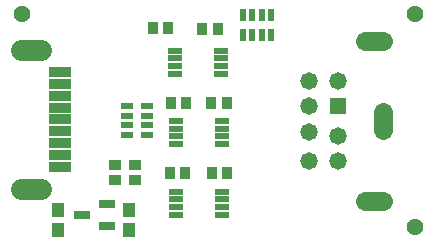
<source format=gbr>
G04 EAGLE Gerber RS-274X export*
G75*
%MOMM*%
%FSLAX34Y34*%
%LPD*%
%INSoldermask Top*%
%IPPOS*%
%AMOC8*
5,1,8,0,0,1.08239X$1,22.5*%
G01*
%ADD10C,1.280159*%
%ADD11C,1.432559*%
%ADD12C,1.803400*%
%ADD13R,1.927000X0.827000*%
%ADD14R,1.477000X1.477000*%
%ADD15C,1.477000*%
%ADD16C,1.627000*%
%ADD17R,1.127000X1.227000*%
%ADD18R,1.377000X0.777000*%
%ADD19R,1.227000X0.577000*%
%ADD20R,1.027000X0.577000*%
%ADD21R,0.577000X1.027000*%
%ADD22R,0.827000X1.027000*%
%ADD23R,1.027000X0.827000*%


D10*
X19050Y194310D03*
X351790Y194310D03*
X351790Y13970D03*
D11*
X19050Y194310D03*
X351790Y194310D03*
X351790Y13970D03*
X19050Y194310D03*
X351790Y194310D03*
X351790Y13970D03*
D12*
X34682Y163656D02*
X17918Y163656D01*
X17918Y46656D02*
X34682Y46656D01*
D13*
X50800Y105156D03*
X50800Y95156D03*
X50800Y85156D03*
X50800Y115156D03*
X50800Y125156D03*
X50800Y135156D03*
X50800Y75156D03*
X50800Y145156D03*
X50800Y65156D03*
D14*
X286512Y116840D03*
D15*
X286512Y90840D03*
X286512Y69840D03*
X261512Y116840D03*
X286512Y137840D03*
X261512Y69840D03*
X261512Y94840D03*
X261512Y137840D03*
D16*
X309012Y171340D02*
X324012Y171340D01*
X324012Y36340D02*
X309012Y36340D01*
X324512Y96340D02*
X324512Y111340D01*
D17*
X49530Y28566D03*
X49530Y11566D03*
X109220Y28566D03*
X109220Y11566D03*
D18*
X90510Y14630D03*
X90510Y33630D03*
X69510Y24130D03*
D19*
X149156Y44040D03*
X149156Y37540D03*
X149156Y31040D03*
X149156Y24540D03*
X188156Y24540D03*
X188156Y31040D03*
X188156Y37540D03*
X188156Y44040D03*
D20*
X107832Y116140D03*
X107832Y108140D03*
X107832Y100140D03*
X107832Y92140D03*
X124832Y92140D03*
X124832Y100140D03*
X124832Y108140D03*
X124832Y116140D03*
D21*
X205678Y176666D03*
X213678Y176666D03*
X221678Y176666D03*
X229678Y176666D03*
X229678Y193666D03*
X221678Y193666D03*
X213678Y193666D03*
X205678Y193666D03*
D22*
X156868Y59944D03*
X143868Y59944D03*
X179682Y59944D03*
X192682Y59944D03*
D23*
X114046Y66698D03*
X114046Y53698D03*
X97282Y66444D03*
X97282Y53444D03*
D22*
X129390Y182880D03*
X142390Y182880D03*
X184300Y181610D03*
X171300Y181610D03*
D19*
X149410Y103730D03*
X149410Y97230D03*
X149410Y90730D03*
X149410Y84230D03*
X188410Y84230D03*
X188410Y90730D03*
X188410Y97230D03*
X188410Y103730D03*
D22*
X178920Y119380D03*
X191920Y119380D03*
X157630Y119380D03*
X144630Y119380D03*
D19*
X148140Y163420D03*
X148140Y156920D03*
X148140Y150420D03*
X148140Y143920D03*
X187140Y143920D03*
X187140Y150420D03*
X187140Y156920D03*
X187140Y163420D03*
M02*

</source>
